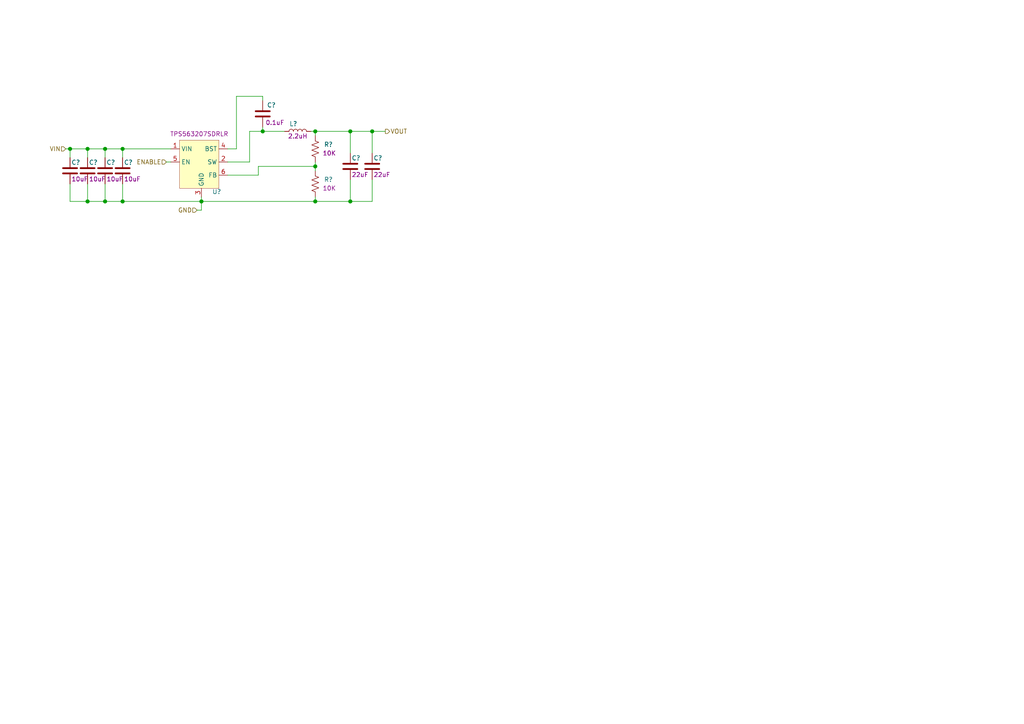
<source format=kicad_sch>
(kicad_sch (version 20210126) (generator eeschema)

  (paper "A4")

  (lib_symbols
    (symbol "mte_usb_hub:74405042022" (pin_numbers hide) (pin_names (offset 1.016) hide) (in_bom yes) (on_board yes)
      (property "Reference" "L" (id 0) (at -1.27 -1.27 90)
        (effects (font (size 1.27 1.27)))
      )
      (property "Value" "74405042022" (id 1) (at 1.905 0 90)
        (effects (font (size 1.27 1.27)) hide)
      )
      (property "Footprint" "" (id 2) (at 0 0 0)
        (effects (font (size 1.27 1.27)) hide)
      )
      (property "Datasheet" "" (id 3) (at 0 0 0)
        (effects (font (size 1.27 1.27)) hide)
      )
      (property "id" "2.2uH" (id 4) (at 2.54 0 90)
        (effects (font (size 1.27 1.27)))
      )
      (property "manf" "Würth Elektronik" (id 5) (at 0 0 0)
        (effects (font (size 1.27 1.27)) hide)
      )
      (property "ki_keywords" "FIXED IND 2.2UH 2.6A 48 MOHM SMD" (id 6) (at 0 0 0)
        (effects (font (size 1.27 1.27)) hide)
      )
      (property "ki_description" "FIXED IND 2.2UH 2.6A 48 MOHM SMD" (id 7) (at 0 0 0)
        (effects (font (size 1.27 1.27)) hide)
      )
      (symbol "74405042022_0_1"
        (arc (start 0 -2.54) (end 0 -1.27) (radius (at 0 -1.905) (length 0.635) (angles -89.9 89.9))
          (stroke (width 0)) (fill (type none))
        )
        (arc (start 0 -1.27) (end 0 0) (radius (at 0 -0.635) (length 0.635) (angles -89.9 89.9))
          (stroke (width 0)) (fill (type none))
        )
        (arc (start 0 0) (end 0 1.27) (radius (at 0 0.635) (length 0.635) (angles -89.9 89.9))
          (stroke (width 0)) (fill (type none))
        )
        (arc (start 0 1.27) (end 0 2.54) (radius (at 0 1.905) (length 0.635) (angles -89.9 89.9))
          (stroke (width 0)) (fill (type none))
        )
      )
      (symbol "74405042022_1_1"
        (pin passive line (at 0 3.81 270) (length 1.27)
          (name "1" (effects (font (size 1.27 1.27))))
          (number "1" (effects (font (size 1.27 1.27))))
        )
        (pin passive line (at 0 -3.81 90) (length 1.27)
          (name "2" (effects (font (size 1.27 1.27))))
          (number "2" (effects (font (size 1.27 1.27))))
        )
      )
    )
    (symbol "mte_usb_hub:C1608X5R1E106M080AC" (pin_numbers hide) (pin_names (offset 0.254)) (in_bom yes) (on_board yes)
      (property "Reference" "C" (id 0) (at 0.635 2.54 0)
        (effects (font (size 1.27 1.27)) (justify left))
      )
      (property "Value" "C1608X5R1E106M080AC" (id 1) (at 0.635 -2.54 0)
        (effects (font (size 1.27 1.27)) (justify left) hide)
      )
      (property "Footprint" "footprints:CAPACITOR_0603N" (id 2) (at 0.9652 -3.81 0)
        (effects (font (size 1.27 1.27)) hide)
      )
      (property "Datasheet" "" (id 3) (at 0 0 0)
        (effects (font (size 1.27 1.27)) hide)
      )
      (property "id" "10uF" (id 4) (at -3.81 2.54 0)
        (effects (font (size 1.27 1.27)))
      )
      (property "ki_keywords" "10uF ±20% 25V Ceramic Capacitor X5R 0603 (1608 Metric)" (id 5) (at 0 0 0)
        (effects (font (size 1.27 1.27)) hide)
      )
      (property "ki_description" "10uF ±20% 25V Ceramic Capacitor X5R 0603 (1608 Metric)" (id 6) (at 0 0 0)
        (effects (font (size 1.27 1.27)) hide)
      )
      (property "ki_fp_filters" "C_*" (id 7) (at 0 0 0)
        (effects (font (size 1.27 1.27)) hide)
      )
      (symbol "C1608X5R1E106M080AC_0_1"
        (polyline
          (pts
            (xy -2.032 -0.762)
            (xy 2.032 -0.762)
          )
          (stroke (width 0.508)) (fill (type none))
        )
        (polyline
          (pts
            (xy -2.032 0.762)
            (xy 2.032 0.762)
          )
          (stroke (width 0.508)) (fill (type none))
        )
      )
      (symbol "C1608X5R1E106M080AC_1_1"
        (pin passive line (at 0 3.81 270) (length 2.794)
          (name "~" (effects (font (size 1.27 1.27))))
          (number "1" (effects (font (size 1.27 1.27))))
        )
        (pin passive line (at 0 -3.81 90) (length 2.794)
          (name "~" (effects (font (size 1.27 1.27))))
          (number "2" (effects (font (size 1.27 1.27))))
        )
      )
    )
    (symbol "mte_usb_hub:CC0402KRX5R7BB104" (pin_numbers hide) (pin_names (offset 0.254)) (in_bom yes) (on_board yes)
      (property "Reference" "C" (id 0) (at 0.635 2.54 0)
        (effects (font (size 1.27 1.27)) (justify left))
      )
      (property "Value" "CC0402KRX5R7BB104" (id 1) (at 0.635 -2.54 0)
        (effects (font (size 1.27 1.27)) (justify left) hide)
      )
      (property "Footprint" "footprints:CAPACITOR_0402N" (id 2) (at 0.9652 -3.81 0)
        (effects (font (size 1.27 1.27)) hide)
      )
      (property "Datasheet" "${MTE_LIB_DIR}/datasheets/UPY-GP_NP0_16V-to-50V_18.pdf" (id 3) (at 0 0 0)
        (effects (font (size 1.27 1.27)) hide)
      )
      (property "id" "0.1uF" (id 4) (at -3.81 2.54 0)
        (effects (font (size 1.27 1.27)))
      )
      (property "ki_keywords" "0.1uF ±10% 16V Ceramic Capacitor X5R 0402 (1005 Metric)" (id 5) (at 0 0 0)
        (effects (font (size 1.27 1.27)) hide)
      )
      (property "ki_description" "0.1uF ±10% 16V Ceramic Capacitor X5R 0402 (1005 Metric)" (id 6) (at 0 0 0)
        (effects (font (size 1.27 1.27)) hide)
      )
      (symbol "CC0402KRX5R7BB104_0_1"
        (polyline
          (pts
            (xy -2.032 -0.762)
            (xy 2.032 -0.762)
          )
          (stroke (width 0.508)) (fill (type none))
        )
        (polyline
          (pts
            (xy -2.032 0.762)
            (xy 2.032 0.762)
          )
          (stroke (width 0.508)) (fill (type none))
        )
      )
      (symbol "CC0402KRX5R7BB104_1_1"
        (pin passive line (at 0 3.81 270) (length 2.794)
          (name "~" (effects (font (size 1.27 1.27))))
          (number "1" (effects (font (size 1.27 1.27))))
        )
        (pin passive line (at 0 -3.81 90) (length 2.794)
          (name "~" (effects (font (size 1.27 1.27))))
          (number "2" (effects (font (size 1.27 1.27))))
        )
      )
    )
    (symbol "mte_usb_hub:CL21A226MOCLRNC" (pin_numbers hide) (pin_names (offset 0.254)) (in_bom yes) (on_board yes)
      (property "Reference" "C" (id 0) (at 0.635 2.54 0)
        (effects (font (size 1.27 1.27)) (justify left))
      )
      (property "Value" "CL21A226MOCLRNC" (id 1) (at 0.635 -2.54 0)
        (effects (font (size 1.27 1.27)) (justify left) hide)
      )
      (property "Footprint" "footprints:CAPACITOR_0805N" (id 2) (at 0.9652 -3.81 0)
        (effects (font (size 1.27 1.27)) hide)
      )
      (property "Datasheet" "${MTE_LIB_DIR}/datasheets/CL21A226MOCLRNC_Spec.pdf" (id 3) (at 0 0 0)
        (effects (font (size 1.27 1.27)) hide)
      )
      (property "id" "22uF" (id 4) (at -3.81 2.54 0)
        (effects (font (size 1.27 1.27)))
      )
      (property "ki_keywords" "22uF ±20% 16V Ceramic Capacitor X5R 0805 (2012 Metric)" (id 5) (at 0 0 0)
        (effects (font (size 1.27 1.27)) hide)
      )
      (property "ki_description" "22uF ±20% 16V Ceramic Capacitor X5R 0805 (2012 Metric)" (id 6) (at 0 0 0)
        (effects (font (size 1.27 1.27)) hide)
      )
      (symbol "CL21A226MOCLRNC_0_1"
        (polyline
          (pts
            (xy -2.032 -0.762)
            (xy 2.032 -0.762)
          )
          (stroke (width 0.508)) (fill (type none))
        )
        (polyline
          (pts
            (xy -2.032 0.762)
            (xy 2.032 0.762)
          )
          (stroke (width 0.508)) (fill (type none))
        )
      )
      (symbol "CL21A226MOCLRNC_1_1"
        (pin passive line (at 0 3.81 270) (length 2.794)
          (name "~" (effects (font (size 1.27 1.27))))
          (number "1" (effects (font (size 1.27 1.27))))
        )
        (pin passive line (at 0 -3.81 90) (length 2.794)
          (name "~" (effects (font (size 1.27 1.27))))
          (number "2" (effects (font (size 1.27 1.27))))
        )
      )
    )
    (symbol "mte_usb_hub:RC0402JR-0710KL" (pin_numbers hide) (pin_names (offset 0)) (in_bom yes) (on_board yes)
      (property "Reference" "R" (id 0) (at 2.54 0 90)
        (effects (font (size 1.27 1.27)))
      )
      (property "Value" "RC0402JR-0710KL" (id 1) (at -2.54 0 90)
        (effects (font (size 1.27 1.27)) hide)
      )
      (property "Footprint" "footprints:RESISTOR_0402N" (id 2) (at 1.016 -0.254 90)
        (effects (font (size 1.27 1.27)) hide)
      )
      (property "Datasheet" "${MTE_LIB_DIR}/datasheets/PYu-RC_Group_51_RoHS_L_11.pdf" (id 3) (at 0 0 0)
        (effects (font (size 1.27 1.27)) hide)
      )
      (property "id" "10K" (id 4) (at -2.54 0 90)
        (effects (font (size 1.27 1.27)))
      )
      (property "manf" "Yageo" (id 5) (at 0 0 0)
        (effects (font (size 1.27 1.27)) hide)
      )
      (property "ki_keywords" "10kOhms ±5% 0.063W, 1/16W Chip Resistor 0402 (1005 Metric) Moisture Resistant Thick Film" (id 6) (at 0 0 0)
        (effects (font (size 1.27 1.27)) hide)
      )
      (property "ki_description" "10kOhms ±5% 0.063W, 1/16W Chip Resistor 0402 (1005 Metric) Moisture Resistant Thick Film" (id 7) (at 0 0 0)
        (effects (font (size 1.27 1.27)) hide)
      )
      (property "ki_fp_filters" "R_*" (id 8) (at 0 0 0)
        (effects (font (size 1.27 1.27)) hide)
      )
      (symbol "RC0402JR-0710KL_0_1"
        (polyline
          (pts
            (xy 0 -2.286)
            (xy 0 -2.54)
          )
          (stroke (width 0)) (fill (type none))
        )
        (polyline
          (pts
            (xy 0 2.286)
            (xy 0 2.54)
          )
          (stroke (width 0)) (fill (type none))
        )
        (polyline
          (pts
            (xy 0 -0.762)
            (xy 1.016 -1.143)
            (xy 0 -1.524)
            (xy -1.016 -1.905)
            (xy 0 -2.286)
          )
          (stroke (width 0)) (fill (type none))
        )
        (polyline
          (pts
            (xy 0 0.762)
            (xy 1.016 0.381)
            (xy 0 0)
            (xy -1.016 -0.381)
            (xy 0 -0.762)
          )
          (stroke (width 0)) (fill (type none))
        )
        (polyline
          (pts
            (xy 0 2.286)
            (xy 1.016 1.905)
            (xy 0 1.524)
            (xy -1.016 1.143)
            (xy 0 0.762)
          )
          (stroke (width 0)) (fill (type none))
        )
      )
      (symbol "RC0402JR-0710KL_1_1"
        (pin passive line (at 0 3.81 270) (length 1.27)
          (name "~" (effects (font (size 1.27 1.27))))
          (number "1" (effects (font (size 1.27 1.27))))
        )
        (pin passive line (at 0 -3.81 90) (length 1.27)
          (name "~" (effects (font (size 1.27 1.27))))
          (number "2" (effects (font (size 1.27 1.27))))
        )
      )
    )
    (symbol "mte_usb_hub:TPS563207SDRLR" (in_bom yes) (on_board yes)
      (property "Reference" "U" (id 0) (at 0 0 0)
        (effects (font (size 1.27 1.27)))
      )
      (property "Value" "TPS563207SDRLR" (id 1) (at 0 0 0)
        (effects (font (size 1.27 1.27)) hide)
      )
      (property "Footprint" "" (id 2) (at 0 0 0)
        (effects (font (size 1.27 1.27)) hide)
      )
      (property "Datasheet" "" (id 3) (at 0 0 0)
        (effects (font (size 1.27 1.27)) hide)
      )
      (property "id" "TPS563207SDRLR" (id 4) (at 0 0 0)
        (effects (font (size 1.27 1.27)))
      )
      (property "manf" "Texas Instruments" (id 5) (at 0 0 0)
        (effects (font (size 1.27 1.27)) hide)
      )
      (property "ki_keywords" "4.3-V TO 17-V INPUT, 3-A, FCCM M" (id 6) (at 0 0 0)
        (effects (font (size 1.27 1.27)) hide)
      )
      (property "ki_description" "4.3-V TO 17-V INPUT, 3-A, FCCM M" (id 7) (at 0 0 0)
        (effects (font (size 1.27 1.27)) hide)
      )
      (symbol "TPS563207SDRLR_0_1"
        (rectangle (start -6.35 6.35) (end 5.08 -7.62)
          (stroke (width 0.001)) (fill (type background))
        )
      )
      (symbol "TPS563207SDRLR_1_1"
        (pin power_in line (at -8.89 3.81 0) (length 2.54)
          (name "VIN" (effects (font (size 1.27 1.27))))
          (number "1" (effects (font (size 1.27 1.27))))
        )
        (pin power_out line (at 7.62 0 180) (length 2.54)
          (name "SW" (effects (font (size 1.27 1.27))))
          (number "2" (effects (font (size 1.27 1.27))))
        )
        (pin power_in line (at 0 -10.16 90) (length 2.54)
          (name "GND" (effects (font (size 1.27 1.27))))
          (number "3" (effects (font (size 1.27 1.27))))
        )
        (pin output line (at 7.62 3.81 180) (length 2.54)
          (name "BST" (effects (font (size 1.27 1.27))))
          (number "4" (effects (font (size 1.27 1.27))))
        )
        (pin input line (at -8.89 0 0) (length 2.54)
          (name "EN" (effects (font (size 1.27 1.27))))
          (number "5" (effects (font (size 1.27 1.27))))
        )
        (pin input line (at 7.62 -3.81 180) (length 2.54)
          (name "FB" (effects (font (size 1.27 1.27))))
          (number "6" (effects (font (size 1.27 1.27))))
        )
      )
    )
  )

  (junction (at 20.32 43.18) (diameter 1.016) (color 0 0 0 0))
  (junction (at 25.4 43.18) (diameter 1.016) (color 0 0 0 0))
  (junction (at 25.4 58.42) (diameter 1.016) (color 0 0 0 0))
  (junction (at 30.48 43.18) (diameter 1.016) (color 0 0 0 0))
  (junction (at 30.48 58.42) (diameter 1.016) (color 0 0 0 0))
  (junction (at 35.56 43.18) (diameter 1.016) (color 0 0 0 0))
  (junction (at 35.56 58.42) (diameter 1.016) (color 0 0 0 0))
  (junction (at 58.42 58.42) (diameter 1.016) (color 0 0 0 0))
  (junction (at 76.2 38.1) (diameter 1.016) (color 0 0 0 0))
  (junction (at 91.44 38.1) (diameter 1.016) (color 0 0 0 0))
  (junction (at 91.44 48.26) (diameter 1.016) (color 0 0 0 0))
  (junction (at 91.44 58.42) (diameter 1.016) (color 0 0 0 0))
  (junction (at 101.6 38.1) (diameter 1.016) (color 0 0 0 0))
  (junction (at 101.6 58.42) (diameter 1.016) (color 0 0 0 0))
  (junction (at 107.95 38.1) (diameter 1.016) (color 0 0 0 0))

  (wire (pts (xy 19.05 43.18) (xy 20.32 43.18))
    (stroke (width 0) (type solid) (color 0 0 0 0))
    (uuid 3971149f-2cfa-4d7c-9f1c-fde31d91ffc4)
  )
  (wire (pts (xy 20.32 43.18) (xy 25.4 43.18))
    (stroke (width 0) (type solid) (color 0 0 0 0))
    (uuid 0f83674c-fb79-4668-9600-b560cb3681e4)
  )
  (wire (pts (xy 20.32 45.72) (xy 20.32 43.18))
    (stroke (width 0) (type solid) (color 0 0 0 0))
    (uuid 0f83674c-fb79-4668-9600-b560cb3681e4)
  )
  (wire (pts (xy 20.32 53.34) (xy 20.32 58.42))
    (stroke (width 0) (type solid) (color 0 0 0 0))
    (uuid b54cdb2b-1831-4701-bdbe-fef52202781d)
  )
  (wire (pts (xy 20.32 58.42) (xy 25.4 58.42))
    (stroke (width 0) (type solid) (color 0 0 0 0))
    (uuid b54cdb2b-1831-4701-bdbe-fef52202781d)
  )
  (wire (pts (xy 25.4 43.18) (xy 30.48 43.18))
    (stroke (width 0) (type solid) (color 0 0 0 0))
    (uuid c52041f4-4c35-4c2a-8a7b-32103af37ba4)
  )
  (wire (pts (xy 25.4 45.72) (xy 25.4 43.18))
    (stroke (width 0) (type solid) (color 0 0 0 0))
    (uuid c52041f4-4c35-4c2a-8a7b-32103af37ba4)
  )
  (wire (pts (xy 25.4 53.34) (xy 25.4 58.42))
    (stroke (width 0) (type solid) (color 0 0 0 0))
    (uuid de465565-c2ca-4e93-8766-b496d248cbd1)
  )
  (wire (pts (xy 25.4 58.42) (xy 30.48 58.42))
    (stroke (width 0) (type solid) (color 0 0 0 0))
    (uuid b54cdb2b-1831-4701-bdbe-fef52202781d)
  )
  (wire (pts (xy 30.48 43.18) (xy 35.56 43.18))
    (stroke (width 0) (type solid) (color 0 0 0 0))
    (uuid a9963ffc-18fe-4b62-8aab-30ff0313c790)
  )
  (wire (pts (xy 30.48 45.72) (xy 30.48 43.18))
    (stroke (width 0) (type solid) (color 0 0 0 0))
    (uuid a9963ffc-18fe-4b62-8aab-30ff0313c790)
  )
  (wire (pts (xy 30.48 53.34) (xy 30.48 58.42))
    (stroke (width 0) (type solid) (color 0 0 0 0))
    (uuid 307e2589-e741-4b16-a617-f5e7655bf13a)
  )
  (wire (pts (xy 30.48 58.42) (xy 35.56 58.42))
    (stroke (width 0) (type solid) (color 0 0 0 0))
    (uuid 307e2589-e741-4b16-a617-f5e7655bf13a)
  )
  (wire (pts (xy 35.56 43.18) (xy 49.53 43.18))
    (stroke (width 0) (type solid) (color 0 0 0 0))
    (uuid c8b43e1c-53dd-4663-9b36-06692f29c9a0)
  )
  (wire (pts (xy 35.56 45.72) (xy 35.56 43.18))
    (stroke (width 0) (type solid) (color 0 0 0 0))
    (uuid c8b43e1c-53dd-4663-9b36-06692f29c9a0)
  )
  (wire (pts (xy 35.56 53.34) (xy 35.56 58.42))
    (stroke (width 0) (type solid) (color 0 0 0 0))
    (uuid 862fd11b-28ee-4d66-9624-085ffe03d3a3)
  )
  (wire (pts (xy 35.56 58.42) (xy 58.42 58.42))
    (stroke (width 0) (type solid) (color 0 0 0 0))
    (uuid dcc3ab09-eb9f-4edf-a3df-d4f8f63cb74e)
  )
  (wire (pts (xy 48.26 46.99) (xy 49.53 46.99))
    (stroke (width 0) (type solid) (color 0 0 0 0))
    (uuid 49826cb1-92f0-4c3a-9496-ccad56133330)
  )
  (wire (pts (xy 57.15 60.96) (xy 58.42 60.96))
    (stroke (width 0) (type solid) (color 0 0 0 0))
    (uuid 020e56c4-b68f-407d-b8cc-dbc9fef2db0a)
  )
  (wire (pts (xy 58.42 57.15) (xy 58.42 58.42))
    (stroke (width 0) (type solid) (color 0 0 0 0))
    (uuid 020e56c4-b68f-407d-b8cc-dbc9fef2db0a)
  )
  (wire (pts (xy 58.42 58.42) (xy 58.42 60.96))
    (stroke (width 0) (type solid) (color 0 0 0 0))
    (uuid 020e56c4-b68f-407d-b8cc-dbc9fef2db0a)
  )
  (wire (pts (xy 58.42 58.42) (xy 91.44 58.42))
    (stroke (width 0) (type solid) (color 0 0 0 0))
    (uuid 8f2538bb-e88a-4416-bc12-f25727bf07df)
  )
  (wire (pts (xy 66.04 43.18) (xy 68.58 43.18))
    (stroke (width 0) (type solid) (color 0 0 0 0))
    (uuid cff54fa6-ee23-4b0c-9f9a-9df8221e2846)
  )
  (wire (pts (xy 66.04 46.99) (xy 72.39 46.99))
    (stroke (width 0) (type solid) (color 0 0 0 0))
    (uuid 58207730-e8d1-468b-ba8b-7a1964c4aec1)
  )
  (wire (pts (xy 66.04 50.8) (xy 74.93 50.8))
    (stroke (width 0) (type solid) (color 0 0 0 0))
    (uuid e99f913b-ddf2-41f6-8346-8e6ffc648a2d)
  )
  (wire (pts (xy 68.58 27.94) (xy 68.58 43.18))
    (stroke (width 0) (type solid) (color 0 0 0 0))
    (uuid cff54fa6-ee23-4b0c-9f9a-9df8221e2846)
  )
  (wire (pts (xy 68.58 27.94) (xy 76.2 27.94))
    (stroke (width 0) (type solid) (color 0 0 0 0))
    (uuid 6dd5157c-57b0-43b0-b718-f80747f46481)
  )
  (wire (pts (xy 72.39 38.1) (xy 76.2 38.1))
    (stroke (width 0) (type solid) (color 0 0 0 0))
    (uuid 25170287-3281-4c8a-984f-ba3157e30e3e)
  )
  (wire (pts (xy 72.39 46.99) (xy 72.39 38.1))
    (stroke (width 0) (type solid) (color 0 0 0 0))
    (uuid 58207730-e8d1-468b-ba8b-7a1964c4aec1)
  )
  (wire (pts (xy 74.93 48.26) (xy 91.44 48.26))
    (stroke (width 0) (type solid) (color 0 0 0 0))
    (uuid b477c799-865d-416c-af96-4aefac66aa5b)
  )
  (wire (pts (xy 74.93 50.8) (xy 74.93 48.26))
    (stroke (width 0) (type solid) (color 0 0 0 0))
    (uuid 4f2b91e1-fd26-4ace-aa42-0177a97c82b5)
  )
  (wire (pts (xy 76.2 27.94) (xy 76.2 29.21))
    (stroke (width 0) (type solid) (color 0 0 0 0))
    (uuid cff54fa6-ee23-4b0c-9f9a-9df8221e2846)
  )
  (wire (pts (xy 76.2 36.83) (xy 76.2 38.1))
    (stroke (width 0) (type solid) (color 0 0 0 0))
    (uuid fa2ac6ff-9284-4467-8376-fd58e0fe9242)
  )
  (wire (pts (xy 76.2 38.1) (xy 82.55 38.1))
    (stroke (width 0) (type solid) (color 0 0 0 0))
    (uuid 4ccf5bd3-f612-40da-8f9e-34efa8fb39e0)
  )
  (wire (pts (xy 91.44 38.1) (xy 90.17 38.1))
    (stroke (width 0) (type solid) (color 0 0 0 0))
    (uuid 481e2c5a-ac5d-4fce-8bca-a72af08296b3)
  )
  (wire (pts (xy 91.44 39.37) (xy 91.44 38.1))
    (stroke (width 0) (type solid) (color 0 0 0 0))
    (uuid 481e2c5a-ac5d-4fce-8bca-a72af08296b3)
  )
  (wire (pts (xy 91.44 46.99) (xy 91.44 48.26))
    (stroke (width 0) (type solid) (color 0 0 0 0))
    (uuid e99f913b-ddf2-41f6-8346-8e6ffc648a2d)
  )
  (wire (pts (xy 91.44 48.26) (xy 91.44 49.53))
    (stroke (width 0) (type solid) (color 0 0 0 0))
    (uuid 49cdf4c1-abf4-4c8b-bf2f-9c7204086a26)
  )
  (wire (pts (xy 91.44 57.15) (xy 91.44 58.42))
    (stroke (width 0) (type solid) (color 0 0 0 0))
    (uuid 78afea68-3d4b-454f-bd41-b5aecd0c6e42)
  )
  (wire (pts (xy 101.6 38.1) (xy 91.44 38.1))
    (stroke (width 0) (type solid) (color 0 0 0 0))
    (uuid c8e80924-99b2-4534-8a11-47a9ff6d879a)
  )
  (wire (pts (xy 101.6 44.45) (xy 101.6 38.1))
    (stroke (width 0) (type solid) (color 0 0 0 0))
    (uuid c8e80924-99b2-4534-8a11-47a9ff6d879a)
  )
  (wire (pts (xy 101.6 52.07) (xy 101.6 58.42))
    (stroke (width 0) (type solid) (color 0 0 0 0))
    (uuid aee8a4a7-eff7-4196-8596-3bcd0ace511a)
  )
  (wire (pts (xy 101.6 58.42) (xy 91.44 58.42))
    (stroke (width 0) (type solid) (color 0 0 0 0))
    (uuid aee8a4a7-eff7-4196-8596-3bcd0ace511a)
  )
  (wire (pts (xy 107.95 38.1) (xy 101.6 38.1))
    (stroke (width 0) (type solid) (color 0 0 0 0))
    (uuid a0ae1370-5f8f-4b6a-b32c-9446829401dd)
  )
  (wire (pts (xy 107.95 38.1) (xy 111.76 38.1))
    (stroke (width 0) (type solid) (color 0 0 0 0))
    (uuid efb2f409-994f-44d0-927e-08e96fa5b347)
  )
  (wire (pts (xy 107.95 44.45) (xy 107.95 38.1))
    (stroke (width 0) (type solid) (color 0 0 0 0))
    (uuid a0ae1370-5f8f-4b6a-b32c-9446829401dd)
  )
  (wire (pts (xy 107.95 52.07) (xy 107.95 58.42))
    (stroke (width 0) (type solid) (color 0 0 0 0))
    (uuid f0aebf56-fccb-422c-b1ea-7fc639597547)
  )
  (wire (pts (xy 107.95 58.42) (xy 101.6 58.42))
    (stroke (width 0) (type solid) (color 0 0 0 0))
    (uuid f0aebf56-fccb-422c-b1ea-7fc639597547)
  )

  (hierarchical_label "VIN" (shape input) (at 19.05 43.18 180)
    (effects (font (size 1.27 1.27)) (justify right))
    (uuid ae33811c-7f80-4c08-80f7-912c953b5ed1)
  )
  (hierarchical_label "ENABLE" (shape input) (at 48.26 46.99 180)
    (effects (font (size 1.27 1.27)) (justify right))
    (uuid 0b249c09-055d-4cc9-a9fe-ebbfbd5b6551)
  )
  (hierarchical_label "GND" (shape input) (at 57.15 60.96 180)
    (effects (font (size 1.27 1.27)) (justify right))
    (uuid 94c2dfcc-7a61-47fd-8ec5-015c3256fd29)
  )
  (hierarchical_label "VOUT" (shape output) (at 111.76 38.1 0)
    (effects (font (size 1.27 1.27)) (justify left))
    (uuid f571ef24-0aa8-453c-b436-b68988c7c8bd)
  )

  (symbol (lib_id "mte_usb_hub:74405042022") (at 86.36 38.1 90) (unit 1)
    (in_bom yes) (on_board yes)
    (uuid 9906cf66-5135-4a37-8bbb-900b628e7acb)
    (property "Reference" "L?" (id 0) (at 85.09 35.9218 90))
    (property "Value" "74405042022" (id 1) (at 86.36 36.195 90)
      (effects (font (size 1.27 1.27)) hide)
    )
    (property "Footprint" "" (id 2) (at 86.36 38.1 0)
      (effects (font (size 1.27 1.27)) hide)
    )
    (property "Datasheet" "" (id 3) (at 86.36 38.1 0)
      (effects (font (size 1.27 1.27)) hide)
    )
    (property "id" "2.2uH" (id 4) (at 86.36 39.4905 90))
    (property "manf" "Würth Elektronik" (id 5) (at 86.36 38.1 0)
      (effects (font (size 1.27 1.27)) hide)
    )
    (pin "1" (uuid 39826f6d-ad72-4a50-bc9c-3eb2d511a2c6))
    (pin "2" (uuid 5c1cb25a-1a39-47a5-aa85-19aa4010287f))
  )

  (symbol (lib_id "mte_usb_hub:RC0402JR-0710KL") (at 91.44 43.18 0) (unit 1)
    (in_bom yes) (on_board yes)
    (uuid b6b6a9f9-7e74-4d57-9c16-163596f41310)
    (property "Reference" "R?" (id 0) (at 95.2692 41.91 0))
    (property "Value" "RC0402JR-0710KL" (id 1) (at 88.9 43.18 90)
      (effects (font (size 1.27 1.27)) hide)
    )
    (property "Footprint" "footprints:RESISTOR_0402N" (id 2) (at 92.456 43.434 90)
      (effects (font (size 1.27 1.27)) hide)
    )
    (property "Datasheet" "${MTE_LIB_DIR}/datasheets/PYu-RC_Group_51_RoHS_L_11.pdf" (id 3) (at 91.44 43.18 0)
      (effects (font (size 1.27 1.27)) hide)
    )
    (property "id" "10K" (id 4) (at 95.5105 44.45 0))
    (property "manf" "Yageo" (id 5) (at 91.44 43.18 0)
      (effects (font (size 1.27 1.27)) hide)
    )
    (pin "1" (uuid 4f91c93b-4426-4f2e-ad7d-7b2043e85eb5))
    (pin "2" (uuid c5c3029c-5ce2-48a9-858a-076019e035e6))
  )

  (symbol (lib_id "mte_usb_hub:RC0402JR-0710KL") (at 91.44 53.34 0) (unit 1)
    (in_bom yes) (on_board yes)
    (uuid 387302b9-b23d-4a7b-9e45-37e814fbed8f)
    (property "Reference" "R?" (id 0) (at 95.2692 52.07 0))
    (property "Value" "RC0402JR-0710KL" (id 1) (at 88.9 53.34 90)
      (effects (font (size 1.27 1.27)) hide)
    )
    (property "Footprint" "footprints:RESISTOR_0402N" (id 2) (at 92.456 53.594 90)
      (effects (font (size 1.27 1.27)) hide)
    )
    (property "Datasheet" "${MTE_LIB_DIR}/datasheets/PYu-RC_Group_51_RoHS_L_11.pdf" (id 3) (at 91.44 53.34 0)
      (effects (font (size 1.27 1.27)) hide)
    )
    (property "id" "10K" (id 4) (at 95.5105 54.61 0))
    (property "manf" "Yageo" (id 5) (at 91.44 53.34 0)
      (effects (font (size 1.27 1.27)) hide)
    )
    (pin "1" (uuid 4f91c93b-4426-4f2e-ad7d-7b2043e85eb5))
    (pin "2" (uuid c5c3029c-5ce2-48a9-858a-076019e035e6))
  )

  (symbol (lib_id "mte_usb_hub:C1608X5R1E106M080AC") (at 20.32 49.53 0) (unit 1)
    (in_bom yes) (on_board yes)
    (uuid 72ce72b9-5633-4bdf-9ba9-bd8aa823a0d1)
    (property "Reference" "C?" (id 0) (at 20.7011 47.1106 0)
      (effects (font (size 1.27 1.27)) (justify left))
    )
    (property "Value" "C1608X5R1E106M080AC" (id 1) (at 20.955 52.07 0)
      (effects (font (size 1.27 1.27)) (justify left) hide)
    )
    (property "Footprint" "footprints:CAPACITOR_0603N" (id 2) (at 21.2852 53.34 0)
      (effects (font (size 1.27 1.27)) hide)
    )
    (property "Datasheet" "" (id 3) (at 20.32 49.53 0)
      (effects (font (size 1.27 1.27)) hide)
    )
    (property "id" "10uF" (id 4) (at 20.7011 51.9493 0)
      (effects (font (size 1.27 1.27)) (justify left))
    )
    (pin "1" (uuid fdef827f-6bd1-4a55-a4c6-d5fcf7587797))
    (pin "2" (uuid ea7d550a-0ca1-4a65-9dd2-dbe0450055d0))
  )

  (symbol (lib_id "mte_usb_hub:C1608X5R1E106M080AC") (at 25.4 49.53 0) (unit 1)
    (in_bom yes) (on_board yes)
    (uuid 08fe4de1-42ca-424f-8bc0-b99321be64f1)
    (property "Reference" "C?" (id 0) (at 25.7811 47.1106 0)
      (effects (font (size 1.27 1.27)) (justify left))
    )
    (property "Value" "C1608X5R1E106M080AC" (id 1) (at 26.035 52.07 0)
      (effects (font (size 1.27 1.27)) (justify left) hide)
    )
    (property "Footprint" "footprints:CAPACITOR_0603N" (id 2) (at 26.3652 53.34 0)
      (effects (font (size 1.27 1.27)) hide)
    )
    (property "Datasheet" "" (id 3) (at 25.4 49.53 0)
      (effects (font (size 1.27 1.27)) hide)
    )
    (property "id" "10uF" (id 4) (at 25.7811 51.9493 0)
      (effects (font (size 1.27 1.27)) (justify left))
    )
    (pin "1" (uuid fdef827f-6bd1-4a55-a4c6-d5fcf7587797))
    (pin "2" (uuid ea7d550a-0ca1-4a65-9dd2-dbe0450055d0))
  )

  (symbol (lib_id "mte_usb_hub:C1608X5R1E106M080AC") (at 30.48 49.53 0) (unit 1)
    (in_bom yes) (on_board yes)
    (uuid 60bf20f6-47ee-4887-a1a5-49fb0e383266)
    (property "Reference" "C?" (id 0) (at 30.8611 47.1106 0)
      (effects (font (size 1.27 1.27)) (justify left))
    )
    (property "Value" "C1608X5R1E106M080AC" (id 1) (at 31.115 52.07 0)
      (effects (font (size 1.27 1.27)) (justify left) hide)
    )
    (property "Footprint" "footprints:CAPACITOR_0603N" (id 2) (at 31.4452 53.34 0)
      (effects (font (size 1.27 1.27)) hide)
    )
    (property "Datasheet" "" (id 3) (at 30.48 49.53 0)
      (effects (font (size 1.27 1.27)) hide)
    )
    (property "id" "10uF" (id 4) (at 30.8611 51.9493 0)
      (effects (font (size 1.27 1.27)) (justify left))
    )
    (pin "1" (uuid fdef827f-6bd1-4a55-a4c6-d5fcf7587797))
    (pin "2" (uuid ea7d550a-0ca1-4a65-9dd2-dbe0450055d0))
  )

  (symbol (lib_id "mte_usb_hub:C1608X5R1E106M080AC") (at 35.56 49.53 0) (unit 1)
    (in_bom yes) (on_board yes)
    (uuid 6c5ff30c-1e4b-4a5a-a32c-ebd5131eef3c)
    (property "Reference" "C?" (id 0) (at 35.9411 47.1106 0)
      (effects (font (size 1.27 1.27)) (justify left))
    )
    (property "Value" "C1608X5R1E106M080AC" (id 1) (at 36.195 52.07 0)
      (effects (font (size 1.27 1.27)) (justify left) hide)
    )
    (property "Footprint" "footprints:CAPACITOR_0603N" (id 2) (at 36.5252 53.34 0)
      (effects (font (size 1.27 1.27)) hide)
    )
    (property "Datasheet" "" (id 3) (at 35.56 49.53 0)
      (effects (font (size 1.27 1.27)) hide)
    )
    (property "id" "10uF" (id 4) (at 35.9411 51.9493 0)
      (effects (font (size 1.27 1.27)) (justify left))
    )
    (pin "1" (uuid fdef827f-6bd1-4a55-a4c6-d5fcf7587797))
    (pin "2" (uuid ea7d550a-0ca1-4a65-9dd2-dbe0450055d0))
  )

  (symbol (lib_id "mte_usb_hub:CC0402KRX5R7BB104") (at 76.2 33.02 180) (unit 1)
    (in_bom yes) (on_board yes)
    (uuid fc33ecee-de4c-47e7-8af6-0854bc43a21e)
    (property "Reference" "C?" (id 0) (at 78.7208 30.48 0))
    (property "Value" "CC0402KRX5R7BB104" (id 1) (at 75.565 30.48 0)
      (effects (font (size 1.27 1.27)) (justify left) hide)
    )
    (property "Footprint" "footprints:CAPACITOR_0402N" (id 2) (at 75.2348 29.21 0)
      (effects (font (size 1.27 1.27)) hide)
    )
    (property "Datasheet" "${MTE_LIB_DIR}/datasheets/UPY-GP_NP0_16V-to-50V_18.pdf" (id 3) (at 76.2 33.02 0)
      (effects (font (size 1.27 1.27)) hide)
    )
    (property "id" "0.1uF" (id 4) (at 79.7495 35.56 0))
    (pin "1" (uuid 6853205a-c325-4f27-9e5e-60db14523799))
    (pin "2" (uuid 7df3fbc0-6268-4307-a9ea-ec281917db86))
  )

  (symbol (lib_id "mte_usb_hub:CL21A226MOCLRNC") (at 101.6 48.26 0) (unit 1)
    (in_bom yes) (on_board yes)
    (uuid 44365561-98cf-4730-b5dd-923ddb6a25d3)
    (property "Reference" "C?" (id 0) (at 101.9811 45.8406 0)
      (effects (font (size 1.27 1.27)) (justify left))
    )
    (property "Value" "CL21A226MOCLRNC" (id 1) (at 102.235 50.8 0)
      (effects (font (size 1.27 1.27)) (justify left) hide)
    )
    (property "Footprint" "footprints:CAPACITOR_0805N" (id 2) (at 102.5652 52.07 0)
      (effects (font (size 1.27 1.27)) hide)
    )
    (property "Datasheet" "${MTE_LIB_DIR}/datasheets/CL21A226MOCLRNC_Spec.pdf" (id 3) (at 101.6 48.26 0)
      (effects (font (size 1.27 1.27)) hide)
    )
    (property "id" "22uF" (id 4) (at 101.9811 50.6793 0)
      (effects (font (size 1.27 1.27)) (justify left))
    )
    (pin "1" (uuid 4e77cec0-2c86-41d4-a993-96eba089a4ed))
    (pin "2" (uuid 43f70ea2-d4ce-4521-b083-a7a802adf583))
  )

  (symbol (lib_id "mte_usb_hub:CL21A226MOCLRNC") (at 107.95 48.26 0) (unit 1)
    (in_bom yes) (on_board yes)
    (uuid 8293c0ea-0bfc-4ec6-bbbb-c12f56897138)
    (property "Reference" "C?" (id 0) (at 108.3311 45.8406 0)
      (effects (font (size 1.27 1.27)) (justify left))
    )
    (property "Value" "CL21A226MOCLRNC" (id 1) (at 108.585 50.8 0)
      (effects (font (size 1.27 1.27)) (justify left) hide)
    )
    (property "Footprint" "footprints:CAPACITOR_0805N" (id 2) (at 108.9152 52.07 0)
      (effects (font (size 1.27 1.27)) hide)
    )
    (property "Datasheet" "${MTE_LIB_DIR}/datasheets/CL21A226MOCLRNC_Spec.pdf" (id 3) (at 107.95 48.26 0)
      (effects (font (size 1.27 1.27)) hide)
    )
    (property "id" "22uF" (id 4) (at 108.3311 50.6793 0)
      (effects (font (size 1.27 1.27)) (justify left))
    )
    (pin "1" (uuid 4e77cec0-2c86-41d4-a993-96eba089a4ed))
    (pin "2" (uuid 43f70ea2-d4ce-4521-b083-a7a802adf583))
  )

  (symbol (lib_id "mte_usb_hub:TPS563207SDRLR") (at 58.42 46.99 0) (unit 1)
    (in_bom yes) (on_board yes)
    (uuid cfba4234-f7a0-4a18-8c25-ea58cf979af0)
    (property "Reference" "U?" (id 0) (at 62.865 55.6063 0))
    (property "Value" "TPS563207SDRLR" (id 1) (at 58.42 46.99 0)
      (effects (font (size 1.27 1.27)) hide)
    )
    (property "Footprint" "" (id 2) (at 58.42 46.99 0)
      (effects (font (size 1.27 1.27)) hide)
    )
    (property "Datasheet" "" (id 3) (at 58.42 46.99 0)
      (effects (font (size 1.27 1.27)) hide)
    )
    (property "id" "TPS563207SDRLR" (id 4) (at 57.785 38.855 0))
    (property "manf" "Texas Instruments" (id 5) (at 58.42 46.99 0)
      (effects (font (size 1.27 1.27)) hide)
    )
    (pin "1" (uuid 43fc7fb3-272b-4183-aa69-ce3e46c177ee))
    (pin "2" (uuid d2b375d4-b505-4b82-a463-744f56a9c9a0))
    (pin "3" (uuid 270f0055-0072-4a89-87e6-43c52ee0e593))
    (pin "4" (uuid ec918e15-a277-4d37-88b5-4cf866312ac1))
    (pin "5" (uuid ccb9b826-b6a8-4b4b-8c8e-aa31aec538a5))
    (pin "6" (uuid 1c61f367-e1ae-4740-b19b-16f12d7ebed8))
  )
)

</source>
